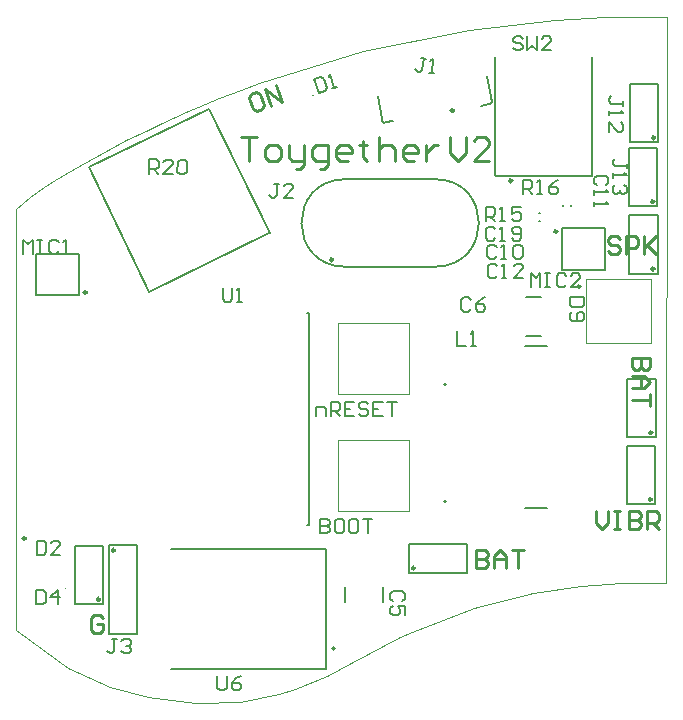
<source format=gto>
G04 Layer_Color=65535*
%FSAX44Y44*%
%MOMM*%
G71*
G01*
G75*
%ADD29C,0.2000*%
%ADD35C,0.2540*%
%ADD36C,0.0100*%
%ADD59C,0.2500*%
%ADD60C,0.1000*%
%ADD61C,0.1270*%
%ADD62C,0.2400*%
%ADD63C,0.1500*%
D29*
X00730180Y00386093D02*
G03*
X00730180Y00388093I00000000J00001000D01*
G01*
D02*
G03*
X00730180Y00386093I00000000J-00001000D01*
G01*
X00636921Y00262343D02*
G03*
X00636921Y00262343I-00001260J00000000D01*
G01*
X00730180Y00485093D02*
G03*
X00730180Y00487093I00000000J00001000D01*
G01*
D02*
G03*
X00730180Y00485093I00000000J-00001000D01*
G01*
X00865080Y00583393D02*
Y00618393D01*
X00829380Y00583393D02*
Y00618393D01*
Y00583393D02*
X00865080D01*
X00829380Y00618393D02*
X00865080D01*
X00384080Y00561493D02*
X00419780D01*
X00384080Y00596493D02*
X00419780D01*
Y00561493D02*
Y00596493D01*
X00384080Y00561493D02*
Y00596493D01*
X00645330Y00301593D02*
Y00314593D01*
X00677830Y00301593D02*
Y00314593D01*
X00798380Y00527343D02*
X00811380D01*
X00798380Y00559843D02*
X00811380D01*
X00797477Y00381393D02*
X00816477D01*
X00797477Y00518393D02*
X00816477D01*
X00809880Y00624293D02*
X00810880D01*
X00809880Y00631293D02*
X00810880D01*
X00836980Y00637193D02*
Y00638193D01*
X00829980Y00637193D02*
Y00638193D01*
X00629151Y00245293D02*
Y00346893D01*
X00497711D02*
X00629151D01*
X00497711Y00245293D02*
X00629151D01*
D35*
X00440637Y00288289D02*
X00438097Y00290828D01*
X00433019D01*
X00430480Y00288289D01*
Y00278132D01*
X00433019Y00275593D01*
X00438097D01*
X00440637Y00278132D01*
Y00283211D01*
X00435558D01*
X00570403Y00733667D02*
X00565594Y00732037D01*
X00564004Y00728817D01*
X00567265Y00719198D01*
X00570485Y00717608D01*
X00575294Y00719239D01*
X00576884Y00722458D01*
X00573623Y00732078D01*
X00570403Y00733667D01*
X00582509Y00721684D02*
X00577618Y00736113D01*
X00592128Y00724945D01*
X00587237Y00739373D01*
X00857880Y00379028D02*
Y00368871D01*
X00862958Y00363793D01*
X00868037Y00368871D01*
Y00379028D01*
X00873115D02*
X00878193D01*
X00875654D01*
Y00363793D01*
X00873115D01*
X00878193D01*
X00885811Y00379028D02*
Y00363793D01*
X00893428D01*
X00895968Y00366332D01*
Y00368871D01*
X00893428Y00371410D01*
X00885811D01*
X00893428D01*
X00895968Y00373950D01*
Y00376489D01*
X00893428Y00379028D01*
X00885811D01*
X00901046Y00363793D02*
Y00379028D01*
X00908664D01*
X00911203Y00376489D01*
Y00371410D01*
X00908664Y00368871D01*
X00901046D01*
X00906124D02*
X00911203Y00363793D01*
X00903715Y00508893D02*
X00888480D01*
Y00501275D01*
X00891019Y00498736D01*
X00893558D01*
X00896097Y00501275D01*
Y00508893D01*
Y00501275D01*
X00898637Y00498736D01*
X00901176D01*
X00903715Y00501275D01*
Y00508893D01*
X00888480Y00493658D02*
X00898637D01*
X00903715Y00488580D01*
X00898637Y00483501D01*
X00888480D01*
X00896097D01*
Y00493658D01*
X00903715Y00478423D02*
Y00468266D01*
Y00473344D01*
X00888480D01*
X00878537Y00609689D02*
X00875997Y00612228D01*
X00870919D01*
X00868380Y00609689D01*
Y00607150D01*
X00870919Y00604610D01*
X00875997D01*
X00878537Y00602071D01*
Y00599532D01*
X00875997Y00596993D01*
X00870919D01*
X00868380Y00599532D01*
X00883615Y00596993D02*
Y00612228D01*
X00891233D01*
X00893772Y00609689D01*
Y00604610D01*
X00891233Y00602071D01*
X00883615D01*
X00898850Y00612228D02*
Y00596993D01*
Y00602071D01*
X00909007Y00612228D01*
X00901389Y00604610D01*
X00909007Y00596993D01*
X00756480Y00345928D02*
Y00330693D01*
X00764098D01*
X00766637Y00333232D01*
Y00335771D01*
X00764098Y00338311D01*
X00756480D01*
X00764098D01*
X00766637Y00340850D01*
Y00343389D01*
X00764098Y00345928D01*
X00756480D01*
X00771715Y00330693D02*
Y00340850D01*
X00776793Y00345928D01*
X00781872Y00340850D01*
Y00330693D01*
Y00338311D01*
X00771715D01*
X00786950Y00345928D02*
X00797107D01*
X00792029D01*
Y00330693D01*
X00557580Y00695286D02*
X00570909D01*
X00564244D01*
Y00675293D01*
X00580906D02*
X00587570D01*
X00590903Y00678625D01*
Y00685290D01*
X00587570Y00688622D01*
X00580906D01*
X00577574Y00685290D01*
Y00678625D01*
X00580906Y00675293D01*
X00597567Y00688622D02*
Y00678625D01*
X00600899Y00675293D01*
X00610896D01*
Y00671961D01*
X00607564Y00668628D01*
X00604232D01*
X00610896Y00675293D02*
Y00688622D01*
X00624225Y00668628D02*
X00627557D01*
X00630890Y00671961D01*
Y00688622D01*
X00620893D01*
X00617561Y00685290D01*
Y00678625D01*
X00620893Y00675293D01*
X00630890D01*
X00647551D02*
X00640887D01*
X00637554Y00678625D01*
Y00685290D01*
X00640887Y00688622D01*
X00647551D01*
X00650883Y00685290D01*
Y00681957D01*
X00637554D01*
X00660880Y00691954D02*
Y00688622D01*
X00657548D01*
X00664212D01*
X00660880D01*
Y00678625D01*
X00664212Y00675293D01*
X00674209Y00695286D02*
Y00675293D01*
Y00685290D01*
X00677541Y00688622D01*
X00684206D01*
X00687538Y00685290D01*
Y00675293D01*
X00704199D02*
X00697535D01*
X00694203Y00678625D01*
Y00685290D01*
X00697535Y00688622D01*
X00704199D01*
X00707532Y00685290D01*
Y00681957D01*
X00694203D01*
X00714196Y00688622D02*
Y00675293D01*
Y00681957D01*
X00717529Y00685290D01*
X00720861Y00688622D01*
X00724193D01*
X00734190Y00695286D02*
Y00681957D01*
X00740854Y00675293D01*
X00747519Y00681957D01*
Y00695286D01*
X00767512Y00675293D02*
X00754183D01*
X00767512Y00688622D01*
Y00691954D01*
X00764180Y00695286D01*
X00757516D01*
X00754183Y00691954D01*
D36*
X00367080Y00277893D02*
X00410830Y00245893D01*
X00446080Y00229893D01*
X00478330Y00221893D01*
X00519080Y00216643D01*
X00556330Y00217643D01*
X00589080Y00224393D01*
X00603330Y00228643D01*
X00629830Y00239643D01*
X00650830Y00250143D01*
X00691580Y00272393D01*
X00702080Y00276893D01*
X00754330Y00296893D01*
X00804830Y00309393D01*
X00844830Y00315393D01*
X00879080Y00317643D01*
X00916830Y00317893D01*
X00917580Y00797643D01*
X00865080D02*
X00917580D01*
X00822830Y00795143D02*
X00865080Y00797643D01*
X00750580Y00786393D02*
X00822830Y00795143D01*
X00660830Y00768643D02*
X00750580Y00786393D01*
X00572580Y00741393D02*
X00660830Y00768643D01*
X00557080Y00735643D02*
X00572580Y00741393D01*
X00538830Y00728643D02*
X00557080Y00735643D01*
X00520830Y00721143D02*
X00538830Y00728643D01*
X00512330Y00717393D02*
X00520830Y00721143D01*
X00488580Y00706893D02*
X00512330Y00717393D01*
X00478580Y00701893D02*
X00488580Y00706893D01*
X00460080Y00692893D02*
X00478580Y00701893D01*
X00436830Y00680643D02*
X00460080Y00692893D01*
X00420330Y00671393D02*
X00436830Y00680643D01*
X00404330Y00662143D02*
X00420330Y00671393D01*
X00400080Y00659393D02*
X00404330Y00662143D01*
X00390330Y00653143D02*
X00400080Y00659393D01*
X00379080Y00644893D02*
X00390330Y00653143D01*
X00367080Y00634643D02*
X00379080Y00644893D01*
X00367080Y00277893D02*
Y00634643D01*
D59*
X00825030Y00615793D02*
G03*
X00825030Y00615793I-00001250J00000000D01*
G01*
X00426630Y00564093D02*
G03*
X00426630Y00564093I-00001250J00000000D01*
G01*
X00844730Y00569193D02*
G03*
X00844730Y00569193I-00001250J00000000D01*
G01*
X00737458Y00717958D02*
G03*
X00737458Y00717958I-00001250J00000000D01*
G01*
X00635230Y00591893D02*
G03*
X00635230Y00591893I-00001250J00000000D01*
G01*
X00450530Y00345793D02*
G03*
X00450530Y00345793I-00001250J00000000D01*
G01*
X00907330Y00583993D02*
G03*
X00907330Y00583993I-00001250J00000000D01*
G01*
X00905130Y00388993D02*
G03*
X00905130Y00388993I-00001250J00000000D01*
G01*
X00905630Y00445293D02*
G03*
X00905630Y00445293I-00001250J00000000D01*
G01*
X00907830Y00695093D02*
G03*
X00907830Y00695093I-00001250J00000000D01*
G01*
X00907030Y00641093D02*
G03*
X00907030Y00641093I-00001250J00000000D01*
G01*
X00786830Y00658725D02*
G03*
X00786830Y00658725I-00001250J00000000D01*
G01*
X00437930Y00304193D02*
G03*
X00437930Y00304193I-00001250J00000000D01*
G01*
X00704530Y00330693D02*
G03*
X00704530Y00330693I-00001250J00000000D01*
G01*
D60*
X00618446Y00730963D02*
G03*
X00618446Y00730963I-00000500J00000000D01*
G01*
X00408481Y00331693D02*
G03*
X00408481Y00331693I-00000500J00000000D01*
G01*
X00408997Y00313793D02*
G03*
X00408997Y00313793I-00000500J00000000D01*
G01*
X00849380Y00575493D02*
X00904080D01*
Y00520993D02*
Y00575493D01*
X00849380Y00520993D02*
X00904080D01*
X00849380D02*
Y00575493D01*
X00699180Y00379093D02*
Y00439093D01*
X00639180D02*
X00699180D01*
X00639180Y00379093D02*
Y00439093D01*
Y00379093D02*
X00699180D01*
Y00478093D02*
Y00538093D01*
X00639180D02*
X00699180D01*
X00639180Y00478093D02*
Y00538093D01*
Y00478093D02*
X00699180D01*
D61*
X00721980Y00585893D02*
G03*
X00721680Y00659894I-00000300J00037000D01*
G01*
X00645180Y00659893D02*
G03*
X00645480Y00585892I00000300J-00037000D01*
G01*
X00768274Y00723612D02*
X00769507Y00725373D01*
X00767476Y00723471D02*
X00768274Y00723612D01*
X00673083Y00730436D02*
X00676599Y00710493D01*
X00680074Y00708060D02*
X00685983Y00709102D01*
X00765686Y00747038D02*
X00769507Y00725373D01*
X00760090Y00722169D02*
X00767476Y00723471D01*
X00676599Y00710493D02*
X00676889Y00708849D01*
X00678430Y00707770D01*
X00680074Y00708060D01*
X00645880Y00585893D02*
X00721980D01*
X00645180Y00659893D02*
X00721680D01*
X00445280Y00275293D02*
X00469280D01*
X00445280D02*
Y00349893D01*
X00469280Y00275293D02*
Y00349893D01*
X00445280D02*
X00469280D01*
X00886080Y00629393D02*
X00910080D01*
X00886080Y00579993D02*
Y00629393D01*
X00910080Y00579993D02*
Y00629393D01*
X00886080Y00579993D02*
X00910080D01*
X00883880Y00434393D02*
X00907880D01*
X00883880Y00384993D02*
Y00434393D01*
X00907880Y00384993D02*
Y00434393D01*
X00883880Y00384993D02*
X00907880D01*
X00884380Y00490693D02*
X00908380D01*
X00884380Y00441293D02*
Y00490693D01*
X00908380Y00441293D02*
Y00490693D01*
X00884380Y00441293D02*
X00908380D01*
X00886580Y00740493D02*
X00910580D01*
X00886580Y00691093D02*
Y00740493D01*
X00910580Y00691093D02*
Y00740493D01*
X00886580Y00691093D02*
X00910580D01*
X00885780Y00686493D02*
X00909780D01*
X00885780Y00637093D02*
Y00686493D01*
X00909780Y00637093D02*
Y00686493D01*
X00885780Y00637093D02*
X00909780D01*
X00772980Y00663025D02*
X00854280Y00662817D01*
X00854580Y00663725D02*
Y00763725D01*
X00772680Y00663725D02*
Y00763725D01*
X00613280Y00366793D02*
X00614780D01*
X00612780Y00546793D02*
X00614780D01*
Y00366793D02*
Y00546793D01*
X00416680Y00349593D02*
X00440680D01*
X00416680Y00300193D02*
Y00349593D01*
X00440680Y00300193D02*
Y00349593D01*
X00416680Y00300193D02*
X00440680D01*
X00748680Y00326693D02*
Y00350693D01*
X00699280D02*
X00748680D01*
X00699280Y00326693D02*
X00748680D01*
X00699280D02*
Y00350693D01*
X00428409Y00669930D02*
X00479403Y00564740D01*
X00581416Y00614495D01*
X00530316Y00719634D02*
X00581561Y00614566D01*
X00428409Y00669930D02*
X00530316Y00719634D01*
D62*
X00374980Y00355793D02*
G03*
X00374980Y00355793I-00001200J00000000D01*
G01*
D63*
X00693877Y00302896D02*
X00695876Y00304895D01*
Y00308894D01*
X00693877Y00310893D01*
X00685879D01*
X00683880Y00308894D01*
Y00304895D01*
X00685879Y00302896D01*
X00695876Y00290900D02*
Y00298897D01*
X00689878D01*
X00691877Y00294898D01*
Y00292899D01*
X00689878Y00290900D01*
X00685879D01*
X00683880Y00292899D01*
Y00296898D01*
X00685879Y00298897D01*
X00751899Y00557890D02*
X00749900Y00559889D01*
X00745901D01*
X00743902Y00557890D01*
Y00549892D01*
X00745901Y00547893D01*
X00749900D01*
X00751899Y00549892D01*
X00763896Y00559889D02*
X00759897Y00557890D01*
X00755898Y00553891D01*
Y00549892D01*
X00757897Y00547893D01*
X00761896D01*
X00763896Y00549892D01*
Y00551892D01*
X00761896Y00553891D01*
X00755898D01*
X00773777Y00602554D02*
X00771778Y00604553D01*
X00767779D01*
X00765780Y00602554D01*
Y00594557D01*
X00767779Y00592557D01*
X00771778D01*
X00773777Y00594557D01*
X00777776Y00592557D02*
X00781775D01*
X00779775D01*
Y00604553D01*
X00777776Y00602554D01*
X00787773D02*
X00789772Y00604553D01*
X00793771D01*
X00795770Y00602554D01*
Y00594557D01*
X00793771Y00592557D01*
X00789772D01*
X00787773Y00594557D01*
Y00602554D01*
X00866447Y00654820D02*
X00868446Y00656819D01*
Y00660818D01*
X00866447Y00662817D01*
X00858449D01*
X00856450Y00660818D01*
Y00656819D01*
X00858449Y00654820D01*
X00856450Y00650821D02*
Y00646823D01*
Y00648822D01*
X00868446D01*
X00866447Y00650821D01*
X00856450Y00640825D02*
Y00636826D01*
Y00638825D01*
X00868446D01*
X00866447Y00640825D01*
X00774077Y00586354D02*
X00772078Y00588353D01*
X00768079D01*
X00766080Y00586354D01*
Y00578357D01*
X00768079Y00576357D01*
X00772078D01*
X00774077Y00578357D01*
X00778076Y00576357D02*
X00782075D01*
X00780076D01*
Y00588353D01*
X00778076Y00586354D01*
X00796070Y00576357D02*
X00788073D01*
X00796070Y00584355D01*
Y00586354D01*
X00794071Y00588353D01*
X00790072D01*
X00788073Y00586354D01*
X00772511Y00617890D02*
X00770512Y00619889D01*
X00766513D01*
X00764514Y00617890D01*
Y00609892D01*
X00766513Y00607893D01*
X00770512D01*
X00772511Y00609892D01*
X00776510Y00607893D02*
X00780508D01*
X00778509D01*
Y00619889D01*
X00776510Y00617890D01*
X00786507Y00609892D02*
X00788506Y00607893D01*
X00792505D01*
X00794504Y00609892D01*
Y00617890D01*
X00792505Y00619889D01*
X00788506D01*
X00786507Y00617890D01*
Y00615890D01*
X00788506Y00613891D01*
X00794504D01*
X00619398Y00744668D02*
X00622946Y00733209D01*
X00628676Y00734983D01*
X00629995Y00737484D01*
X00627629Y00745124D01*
X00625128Y00746442D01*
X00619398Y00744668D01*
X00634406Y00736757D02*
X00638226Y00737939D01*
X00636316Y00737348D01*
X00632768Y00748807D01*
X00631449Y00746306D01*
X00384281Y00353989D02*
Y00341993D01*
X00390279D01*
X00392279Y00343992D01*
Y00351990D01*
X00390279Y00353989D01*
X00384281D01*
X00404275Y00341993D02*
X00396277D01*
X00404275Y00349990D01*
Y00351990D01*
X00402275Y00353989D01*
X00398276D01*
X00396277Y00351990D01*
X00383997Y00311889D02*
Y00299893D01*
X00389995D01*
X00391995Y00301892D01*
Y00309890D01*
X00389995Y00311889D01*
X00383997D01*
X00401992Y00299893D02*
Y00311889D01*
X00395993Y00305891D01*
X00403991D01*
X00847676Y00559843D02*
X00835680D01*
Y00553845D01*
X00837679Y00551846D01*
X00845677D01*
X00847676Y00553845D01*
Y00559843D01*
X00837679Y00547847D02*
X00835680Y00545848D01*
Y00541849D01*
X00837679Y00539850D01*
X00845677D01*
X00847676Y00541849D01*
Y00545848D01*
X00845677Y00547847D01*
X00843677D01*
X00841678Y00545848D01*
Y00539850D01*
X00713813Y00762100D02*
X00709830Y00762456D01*
X00711822Y00762278D01*
X00710931Y00752321D01*
X00708762Y00750508D01*
X00706770Y00750686D01*
X00704957Y00752856D01*
X00716727Y00749795D02*
X00720710Y00749439D01*
X00718719Y00749617D01*
X00719788Y00761566D01*
X00717618Y00759752D01*
X00589414Y00656189D02*
X00585415D01*
X00587414D01*
Y00646192D01*
X00585415Y00644193D01*
X00583415D01*
X00581416Y00646192D01*
X00601410Y00644193D02*
X00593412D01*
X00601410Y00652190D01*
Y00654190D01*
X00599410Y00656189D01*
X00595412D01*
X00593412Y00654190D01*
X00452077Y00270589D02*
X00448079D01*
X00450078D01*
Y00260592D01*
X00448079Y00258593D01*
X00446079D01*
X00444080Y00260592D01*
X00456076Y00268590D02*
X00458075Y00270589D01*
X00462074D01*
X00464073Y00268590D01*
Y00266590D01*
X00462074Y00264591D01*
X00460075D01*
X00462074D01*
X00464073Y00262592D01*
Y00260592D01*
X00462074Y00258593D01*
X00458075D01*
X00456076Y00260592D01*
X00880876Y00721996D02*
Y00725994D01*
Y00723995D01*
X00870879D01*
X00868880Y00725994D01*
Y00727994D01*
X00870879Y00729993D01*
X00868880Y00717997D02*
Y00713998D01*
Y00715997D01*
X00880876D01*
X00878877Y00717997D01*
X00868880Y00700003D02*
Y00708000D01*
X00876877Y00700003D01*
X00878877D01*
X00880876Y00702002D01*
Y00706001D01*
X00878877Y00708000D01*
X00883976Y00669196D02*
Y00673194D01*
Y00671195D01*
X00873979D01*
X00871980Y00673194D01*
Y00675194D01*
X00873979Y00677193D01*
X00871980Y00665197D02*
Y00661198D01*
Y00663197D01*
X00883976D01*
X00881977Y00665197D01*
Y00655200D02*
X00883976Y00653201D01*
Y00649202D01*
X00881977Y00647203D01*
X00879977D01*
X00877978Y00649202D01*
Y00651201D01*
Y00649202D01*
X00875979Y00647203D01*
X00873979D01*
X00871980Y00649202D01*
Y00653201D01*
X00873979Y00655200D01*
X00739877Y00531089D02*
Y00519093D01*
X00747874D01*
X00751873D02*
X00755872D01*
X00753872D01*
Y00531089D01*
X00751873Y00529090D01*
X00372880Y00596793D02*
Y00608789D01*
X00376879Y00604790D01*
X00380877Y00608789D01*
Y00596793D01*
X00384876Y00608789D02*
X00388875D01*
X00386875D01*
Y00596793D01*
X00384876D01*
X00388875D01*
X00402870Y00606790D02*
X00400871Y00608789D01*
X00396872D01*
X00394873Y00606790D01*
Y00598792D01*
X00396872Y00596793D01*
X00400871D01*
X00402870Y00598792D01*
X00406869Y00596793D02*
X00410868D01*
X00408868D01*
Y00608789D01*
X00406869Y00606790D01*
X00802680Y00568293D02*
Y00580289D01*
X00806679Y00576290D01*
X00810677Y00580289D01*
Y00568293D01*
X00814676Y00580289D02*
X00818675D01*
X00816675D01*
Y00568293D01*
X00814676D01*
X00818675D01*
X00832670Y00578290D02*
X00830671Y00580289D01*
X00826672D01*
X00824673Y00578290D01*
Y00570292D01*
X00826672Y00568293D01*
X00830671D01*
X00832670Y00570292D01*
X00844666Y00568293D02*
X00836669D01*
X00844666Y00576290D01*
Y00578290D01*
X00842667Y00580289D01*
X00838668D01*
X00836669Y00578290D01*
X00764514Y00624293D02*
Y00636289D01*
X00770512D01*
X00772511Y00634290D01*
Y00630291D01*
X00770512Y00628292D01*
X00764514D01*
X00768512D02*
X00772511Y00624293D01*
X00776510D02*
X00780508D01*
X00778509D01*
Y00636289D01*
X00776510Y00634290D01*
X00794504Y00636289D02*
X00786507D01*
Y00630291D01*
X00790505Y00632290D01*
X00792505D01*
X00794504Y00630291D01*
Y00626292D01*
X00792505Y00624293D01*
X00788506D01*
X00786507Y00626292D01*
X00796080Y00647493D02*
Y00659489D01*
X00802078D01*
X00804077Y00657490D01*
Y00653491D01*
X00802078Y00651492D01*
X00796080D01*
X00800079D02*
X00804077Y00647493D01*
X00808076D02*
X00812075D01*
X00810076D01*
Y00659489D01*
X00808076Y00657490D01*
X00826070Y00659489D02*
X00822072Y00657490D01*
X00818073Y00653491D01*
Y00649492D01*
X00820072Y00647493D01*
X00824071D01*
X00826070Y00649492D01*
Y00651492D01*
X00824071Y00653491D01*
X00818073D01*
X00624480Y00372389D02*
Y00360393D01*
X00630478D01*
X00632477Y00362392D01*
Y00364392D01*
X00630478Y00366391D01*
X00624480D01*
X00630478D01*
X00632477Y00368390D01*
Y00370390D01*
X00630478Y00372389D01*
X00624480D01*
X00642474D02*
X00638475D01*
X00636476Y00370390D01*
Y00362392D01*
X00638475Y00360393D01*
X00642474D01*
X00644473Y00362392D01*
Y00370390D01*
X00642474Y00372389D01*
X00654470D02*
X00650472D01*
X00648472Y00370390D01*
Y00362392D01*
X00650472Y00360393D01*
X00654470D01*
X00656470Y00362392D01*
Y00370390D01*
X00654470Y00372389D01*
X00660468D02*
X00668466D01*
X00664467D01*
Y00360393D01*
X00795777Y00779021D02*
X00793778Y00781021D01*
X00789779D01*
X00787780Y00779021D01*
Y00777022D01*
X00789779Y00775023D01*
X00793778D01*
X00795777Y00773023D01*
Y00771024D01*
X00793778Y00769025D01*
X00789779D01*
X00787780Y00771024D01*
X00799776Y00781021D02*
Y00769025D01*
X00803775Y00773023D01*
X00807774Y00769025D01*
Y00781021D01*
X00819770Y00769025D02*
X00811772D01*
X00819770Y00777022D01*
Y00779021D01*
X00817770Y00781021D01*
X00813772D01*
X00811772Y00779021D01*
X00541980Y00568089D02*
Y00558092D01*
X00543979Y00556093D01*
X00547978D01*
X00549977Y00558092D01*
Y00568089D01*
X00553976Y00556093D02*
X00557975D01*
X00555975D01*
Y00568089D01*
X00553976Y00566090D01*
X00537280Y00239389D02*
Y00229392D01*
X00539279Y00227393D01*
X00543278D01*
X00545277Y00229392D01*
Y00239389D01*
X00557273D02*
X00553275Y00237390D01*
X00549276Y00233391D01*
Y00229392D01*
X00551275Y00227393D01*
X00555274D01*
X00557273Y00229392D01*
Y00231392D01*
X00555274Y00233391D01*
X00549276D01*
X00621180Y00459393D02*
Y00467390D01*
X00627178D01*
X00629177Y00465391D01*
Y00459393D01*
X00633176D02*
Y00471389D01*
X00639174D01*
X00641173Y00469390D01*
Y00465391D01*
X00639174Y00463392D01*
X00633176D01*
X00637175D02*
X00641173Y00459393D01*
X00653170Y00471389D02*
X00645172D01*
Y00459393D01*
X00653170D01*
X00645172Y00465391D02*
X00649171D01*
X00665166Y00469390D02*
X00663166Y00471389D01*
X00659168D01*
X00657168Y00469390D01*
Y00467390D01*
X00659168Y00465391D01*
X00663166D01*
X00665166Y00463392D01*
Y00461392D01*
X00663166Y00459393D01*
X00659168D01*
X00657168Y00461392D01*
X00677162Y00471389D02*
X00669165D01*
Y00459393D01*
X00677162D01*
X00669165Y00465391D02*
X00673163D01*
X00681161Y00471389D02*
X00689158D01*
X00685159D01*
Y00459393D01*
X00479459Y00664740D02*
X00479668Y00676735D01*
X00485665Y00676630D01*
X00487630Y00674596D01*
X00487560Y00670598D01*
X00485526Y00668634D01*
X00479529Y00668738D01*
X00483527Y00668669D02*
X00487455Y00664601D01*
X00499449Y00664391D02*
X00491453Y00664531D01*
X00499589Y00672388D01*
X00499624Y00674387D01*
X00497660Y00676421D01*
X00493661Y00676490D01*
X00491628Y00674526D01*
X00503622Y00674317D02*
X00505656Y00676281D01*
X00509654Y00676211D01*
X00511618Y00674177D01*
X00511479Y00666181D01*
X00509445Y00664217D01*
X00505447Y00664287D01*
X00503482Y00666321D01*
X00503622Y00674317D01*
M02*

</source>
